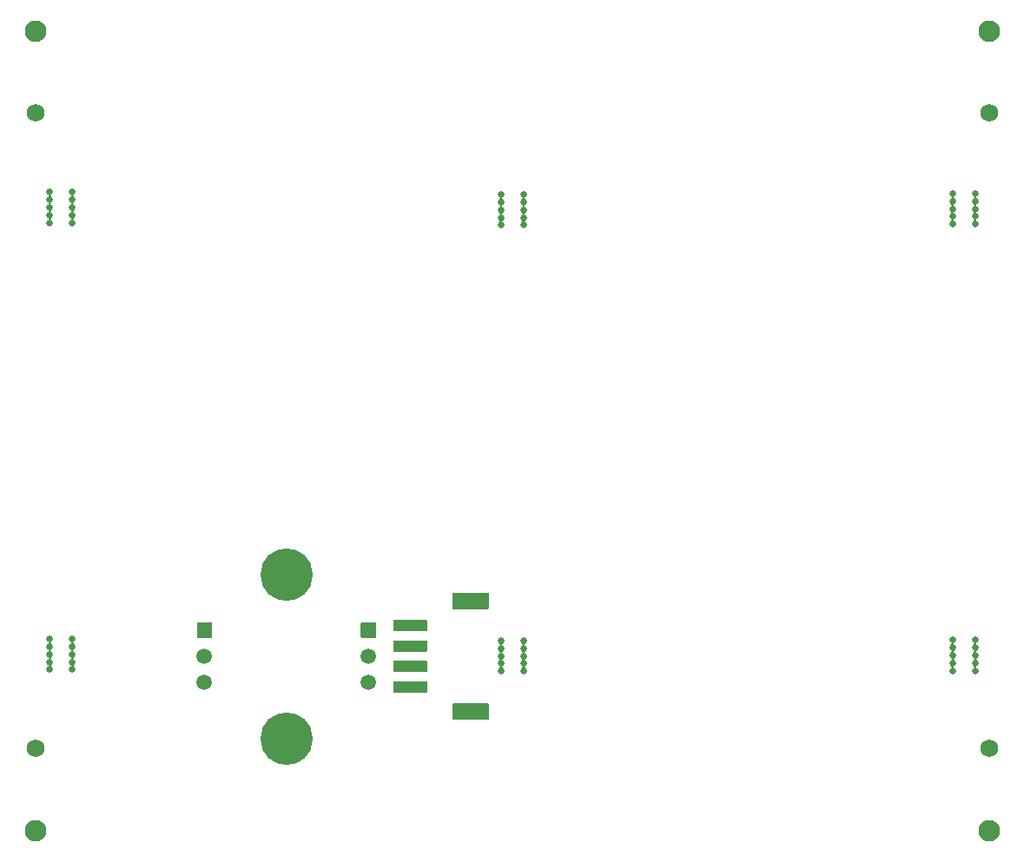
<source format=gbr>
G04 #@! TF.GenerationSoftware,KiCad,Pcbnew,(5.1.9)-1*
G04 #@! TF.CreationDate,2021-11-24T11:51:20+08:00*
G04 #@! TF.ProjectId,RGB-ring,5247422d-7269-46e6-972e-6b696361645f,rev?*
G04 #@! TF.SameCoordinates,Original*
G04 #@! TF.FileFunction,Soldermask,Bot*
G04 #@! TF.FilePolarity,Negative*
%FSLAX46Y46*%
G04 Gerber Fmt 4.6, Leading zero omitted, Abs format (unit mm)*
G04 Created by KiCad (PCBNEW (5.1.9)-1) date 2021-11-24 11:51:20*
%MOMM*%
%LPD*%
G01*
G04 APERTURE LIST*
%ADD10C,0.652000*%
%ADD11C,5.102000*%
%ADD12C,1.752000*%
%ADD13C,2.102000*%
%ADD14C,1.502000*%
%ADD15C,0.200000*%
G04 APERTURE END LIST*
D10*
X81120000Y-47700000D03*
X81120000Y-50700000D03*
X78920000Y-50700000D03*
X78920000Y-47700000D03*
X81120000Y-49950000D03*
X81120000Y-49200000D03*
X81120000Y-48450000D03*
X78920000Y-48450000D03*
X78920000Y-49200000D03*
X78920000Y-49950000D03*
X125120000Y-47950000D03*
X125120000Y-50950000D03*
X122920000Y-50950000D03*
X122920000Y-47950000D03*
X125120000Y-50200000D03*
X125120000Y-49450000D03*
X125120000Y-48700000D03*
X122920000Y-48700000D03*
X122920000Y-49450000D03*
X122920000Y-50200000D03*
X169120000Y-47850000D03*
X169120000Y-50850000D03*
X166920000Y-50850000D03*
X166920000Y-47850000D03*
X169120000Y-50100000D03*
X169120000Y-49350000D03*
X169120000Y-48600000D03*
X166920000Y-48600000D03*
X166920000Y-49350000D03*
X166920000Y-50100000D03*
X169120000Y-91400000D03*
X169120000Y-94400000D03*
X166920000Y-94400000D03*
X166920000Y-91400000D03*
X169120000Y-93650000D03*
X169120000Y-92900000D03*
X169120000Y-92150000D03*
X166920000Y-92150000D03*
X166920000Y-92900000D03*
X166920000Y-93650000D03*
X125120000Y-91450000D03*
X125120000Y-94450000D03*
X122920000Y-94450000D03*
X122920000Y-91450000D03*
X125120000Y-93700000D03*
X125120000Y-92950000D03*
X125120000Y-92200000D03*
X122920000Y-92200000D03*
X122920000Y-92950000D03*
X122920000Y-93700000D03*
X78920000Y-93550000D03*
X78920000Y-92800000D03*
X78920000Y-92050000D03*
X81120000Y-92050000D03*
X81120000Y-92800000D03*
X81120000Y-93550000D03*
X78920000Y-91300000D03*
X78920000Y-94300000D03*
X81120000Y-94300000D03*
X81120000Y-91300000D03*
D11*
X102000000Y-85000000D03*
X102000000Y-101000000D03*
D12*
X170500000Y-40000000D03*
D13*
X170500000Y-110000000D03*
X170500000Y-32000000D03*
D12*
X170500000Y-102000000D03*
D13*
X77500000Y-32000000D03*
D12*
X77500000Y-40000000D03*
D13*
X77500000Y-110000000D03*
D12*
X77500000Y-102000000D03*
D14*
X110000000Y-95540000D03*
X110000000Y-93000000D03*
G36*
G01*
X109300000Y-89709000D02*
X110700000Y-89709000D01*
G75*
G02*
X110751000Y-89760000I0J-51000D01*
G01*
X110751000Y-91160000D01*
G75*
G02*
X110700000Y-91211000I-51000J0D01*
G01*
X109300000Y-91211000D01*
G75*
G02*
X109249000Y-91160000I0J51000D01*
G01*
X109249000Y-89760000D01*
G75*
G02*
X109300000Y-89709000I51000J0D01*
G01*
G37*
X94000000Y-95540000D03*
X94000000Y-93000000D03*
G36*
G01*
X93300000Y-89709000D02*
X94700000Y-89709000D01*
G75*
G02*
X94751000Y-89760000I0J-51000D01*
G01*
X94751000Y-91160000D01*
G75*
G02*
X94700000Y-91211000I-51000J0D01*
G01*
X93300000Y-91211000D01*
G75*
G02*
X93249000Y-91160000I0J51000D01*
G01*
X93249000Y-89760000D01*
G75*
G02*
X93300000Y-89709000I51000J0D01*
G01*
G37*
G36*
G01*
X115650000Y-92551000D02*
X112450000Y-92551000D01*
G75*
G02*
X112399000Y-92500000I0J51000D01*
G01*
X112399000Y-91500000D01*
G75*
G02*
X112450000Y-91449000I51000J0D01*
G01*
X115650000Y-91449000D01*
G75*
G02*
X115701000Y-91500000I0J-51000D01*
G01*
X115701000Y-92500000D01*
G75*
G02*
X115650000Y-92551000I-51000J0D01*
G01*
G37*
G36*
G01*
X115650000Y-94551000D02*
X112450000Y-94551000D01*
G75*
G02*
X112399000Y-94500000I0J51000D01*
G01*
X112399000Y-93500000D01*
G75*
G02*
X112450000Y-93449000I51000J0D01*
G01*
X115650000Y-93449000D01*
G75*
G02*
X115701000Y-93500000I0J-51000D01*
G01*
X115701000Y-94500000D01*
G75*
G02*
X115650000Y-94551000I-51000J0D01*
G01*
G37*
G36*
G01*
X115650000Y-96551000D02*
X112450000Y-96551000D01*
G75*
G02*
X112399000Y-96500000I0J51000D01*
G01*
X112399000Y-95500000D01*
G75*
G02*
X112450000Y-95449000I51000J0D01*
G01*
X115650000Y-95449000D01*
G75*
G02*
X115701000Y-95500000I0J-51000D01*
G01*
X115701000Y-96500000D01*
G75*
G02*
X115650000Y-96551000I-51000J0D01*
G01*
G37*
G36*
G01*
X121650000Y-88401000D02*
X118250000Y-88401000D01*
G75*
G02*
X118199000Y-88350000I0J51000D01*
G01*
X118199000Y-86850000D01*
G75*
G02*
X118250000Y-86799000I51000J0D01*
G01*
X121650000Y-86799000D01*
G75*
G02*
X121701000Y-86850000I0J-51000D01*
G01*
X121701000Y-88350000D01*
G75*
G02*
X121650000Y-88401000I-51000J0D01*
G01*
G37*
G36*
G01*
X121650000Y-99201000D02*
X118250000Y-99201000D01*
G75*
G02*
X118199000Y-99150000I0J51000D01*
G01*
X118199000Y-97650000D01*
G75*
G02*
X118250000Y-97599000I51000J0D01*
G01*
X121650000Y-97599000D01*
G75*
G02*
X121701000Y-97650000I0J-51000D01*
G01*
X121701000Y-99150000D01*
G75*
G02*
X121650000Y-99201000I-51000J0D01*
G01*
G37*
G36*
G01*
X115650000Y-90551000D02*
X112450000Y-90551000D01*
G75*
G02*
X112399000Y-90500000I0J51000D01*
G01*
X112399000Y-89500000D01*
G75*
G02*
X112450000Y-89449000I51000J0D01*
G01*
X115650000Y-89449000D01*
G75*
G02*
X115701000Y-89500000I0J-51000D01*
G01*
X115701000Y-90500000D01*
G75*
G02*
X115650000Y-90551000I-51000J0D01*
G01*
G37*
D15*
G36*
X124948660Y-93973298D02*
G01*
X124967272Y-93985733D01*
X125025949Y-94010039D01*
X125088245Y-94022430D01*
X125151755Y-94022430D01*
X125214051Y-94010039D01*
X125272728Y-93985733D01*
X125291340Y-93973298D01*
X125293336Y-93973167D01*
X125294447Y-93974830D01*
X125293720Y-93976507D01*
X125279674Y-93988033D01*
X125264379Y-94006670D01*
X125253014Y-94027934D01*
X125246014Y-94051009D01*
X125243651Y-94075000D01*
X125246014Y-94098991D01*
X125253014Y-94122066D01*
X125264379Y-94143330D01*
X125279674Y-94161967D01*
X125293720Y-94173493D01*
X125294424Y-94175365D01*
X125293156Y-94176911D01*
X125291340Y-94176702D01*
X125272728Y-94164267D01*
X125214051Y-94139961D01*
X125151755Y-94127570D01*
X125088245Y-94127570D01*
X125025949Y-94139961D01*
X124967272Y-94164267D01*
X124948660Y-94176702D01*
X124946664Y-94176833D01*
X124945553Y-94175170D01*
X124946280Y-94173493D01*
X124960326Y-94161967D01*
X124975621Y-94143330D01*
X124986986Y-94122066D01*
X124993986Y-94098991D01*
X124996349Y-94075000D01*
X124993986Y-94051009D01*
X124986986Y-94027934D01*
X124975621Y-94006670D01*
X124960326Y-93988033D01*
X124946280Y-93976507D01*
X124945576Y-93974635D01*
X124946844Y-93973089D01*
X124948660Y-93973298D01*
G37*
G36*
X122748660Y-93973298D02*
G01*
X122767272Y-93985733D01*
X122825949Y-94010039D01*
X122888245Y-94022430D01*
X122951755Y-94022430D01*
X123014051Y-94010039D01*
X123072728Y-93985733D01*
X123091340Y-93973298D01*
X123093336Y-93973167D01*
X123094447Y-93974830D01*
X123093720Y-93976507D01*
X123079674Y-93988033D01*
X123064379Y-94006670D01*
X123053014Y-94027934D01*
X123046014Y-94051009D01*
X123043651Y-94075000D01*
X123046014Y-94098991D01*
X123053014Y-94122066D01*
X123064379Y-94143330D01*
X123079674Y-94161967D01*
X123093720Y-94173493D01*
X123094424Y-94175365D01*
X123093156Y-94176911D01*
X123091340Y-94176702D01*
X123072728Y-94164267D01*
X123014051Y-94139961D01*
X122951755Y-94127570D01*
X122888245Y-94127570D01*
X122825949Y-94139961D01*
X122767272Y-94164267D01*
X122748660Y-94176702D01*
X122746664Y-94176833D01*
X122745553Y-94175170D01*
X122746280Y-94173493D01*
X122760326Y-94161967D01*
X122775621Y-94143330D01*
X122786986Y-94122066D01*
X122793986Y-94098991D01*
X122796349Y-94075000D01*
X122793986Y-94051009D01*
X122786986Y-94027934D01*
X122775621Y-94006670D01*
X122760326Y-93988033D01*
X122746280Y-93976507D01*
X122745576Y-93974635D01*
X122746844Y-93973089D01*
X122748660Y-93973298D01*
G37*
G36*
X168948660Y-93923298D02*
G01*
X168967272Y-93935733D01*
X169025949Y-93960039D01*
X169088245Y-93972430D01*
X169151755Y-93972430D01*
X169214051Y-93960039D01*
X169272728Y-93935733D01*
X169291340Y-93923298D01*
X169293336Y-93923167D01*
X169294447Y-93924830D01*
X169293720Y-93926507D01*
X169279674Y-93938033D01*
X169264379Y-93956670D01*
X169253014Y-93977934D01*
X169246014Y-94001009D01*
X169243651Y-94025000D01*
X169246014Y-94048991D01*
X169253014Y-94072066D01*
X169264379Y-94093330D01*
X169279674Y-94111967D01*
X169293720Y-94123493D01*
X169294424Y-94125365D01*
X169293156Y-94126911D01*
X169291340Y-94126702D01*
X169272728Y-94114267D01*
X169214051Y-94089961D01*
X169151755Y-94077570D01*
X169088245Y-94077570D01*
X169025949Y-94089961D01*
X168967272Y-94114267D01*
X168948660Y-94126702D01*
X168946664Y-94126833D01*
X168945553Y-94125170D01*
X168946280Y-94123493D01*
X168960326Y-94111967D01*
X168975621Y-94093330D01*
X168986986Y-94072066D01*
X168993986Y-94048991D01*
X168996349Y-94025000D01*
X168993986Y-94001009D01*
X168986986Y-93977934D01*
X168975621Y-93956670D01*
X168960326Y-93938033D01*
X168946280Y-93926507D01*
X168945576Y-93924635D01*
X168946844Y-93923089D01*
X168948660Y-93923298D01*
G37*
G36*
X166748660Y-93923298D02*
G01*
X166767272Y-93935733D01*
X166825949Y-93960039D01*
X166888245Y-93972430D01*
X166951755Y-93972430D01*
X167014051Y-93960039D01*
X167072728Y-93935733D01*
X167091340Y-93923298D01*
X167093336Y-93923167D01*
X167094447Y-93924830D01*
X167093720Y-93926507D01*
X167079674Y-93938033D01*
X167064379Y-93956670D01*
X167053014Y-93977934D01*
X167046014Y-94001009D01*
X167043651Y-94025000D01*
X167046014Y-94048991D01*
X167053014Y-94072066D01*
X167064379Y-94093330D01*
X167079674Y-94111967D01*
X167093720Y-94123493D01*
X167094424Y-94125365D01*
X167093156Y-94126911D01*
X167091340Y-94126702D01*
X167072728Y-94114267D01*
X167014051Y-94089961D01*
X166951755Y-94077570D01*
X166888245Y-94077570D01*
X166825949Y-94089961D01*
X166767272Y-94114267D01*
X166748660Y-94126702D01*
X166746664Y-94126833D01*
X166745553Y-94125170D01*
X166746280Y-94123493D01*
X166760326Y-94111967D01*
X166775621Y-94093330D01*
X166786986Y-94072066D01*
X166793986Y-94048991D01*
X166796349Y-94025000D01*
X166793986Y-94001009D01*
X166786986Y-93977934D01*
X166775621Y-93956670D01*
X166760326Y-93938033D01*
X166746280Y-93926507D01*
X166745576Y-93924635D01*
X166746844Y-93923089D01*
X166748660Y-93923298D01*
G37*
G36*
X80948660Y-93823298D02*
G01*
X80967272Y-93835733D01*
X81025949Y-93860039D01*
X81088245Y-93872430D01*
X81151755Y-93872430D01*
X81214051Y-93860039D01*
X81272728Y-93835733D01*
X81291340Y-93823298D01*
X81293336Y-93823167D01*
X81294447Y-93824830D01*
X81293720Y-93826507D01*
X81279674Y-93838033D01*
X81264379Y-93856670D01*
X81253014Y-93877934D01*
X81246014Y-93901009D01*
X81243651Y-93925000D01*
X81246014Y-93948991D01*
X81253014Y-93972066D01*
X81264379Y-93993330D01*
X81279674Y-94011967D01*
X81293720Y-94023493D01*
X81294424Y-94025365D01*
X81293156Y-94026911D01*
X81291340Y-94026702D01*
X81272728Y-94014267D01*
X81214051Y-93989961D01*
X81151755Y-93977570D01*
X81088245Y-93977570D01*
X81025949Y-93989961D01*
X80967272Y-94014267D01*
X80948660Y-94026702D01*
X80946664Y-94026833D01*
X80945553Y-94025170D01*
X80946280Y-94023493D01*
X80960326Y-94011967D01*
X80975621Y-93993330D01*
X80986986Y-93972066D01*
X80993986Y-93948991D01*
X80996349Y-93925000D01*
X80993986Y-93901009D01*
X80986986Y-93877934D01*
X80975621Y-93856670D01*
X80960326Y-93838033D01*
X80946280Y-93826507D01*
X80945576Y-93824635D01*
X80946844Y-93823089D01*
X80948660Y-93823298D01*
G37*
G36*
X78748660Y-93823298D02*
G01*
X78767272Y-93835733D01*
X78825949Y-93860039D01*
X78888245Y-93872430D01*
X78951755Y-93872430D01*
X79014051Y-93860039D01*
X79072728Y-93835733D01*
X79091340Y-93823298D01*
X79093336Y-93823167D01*
X79094447Y-93824830D01*
X79093720Y-93826507D01*
X79079674Y-93838033D01*
X79064379Y-93856670D01*
X79053014Y-93877934D01*
X79046014Y-93901009D01*
X79043651Y-93925000D01*
X79046014Y-93948991D01*
X79053014Y-93972066D01*
X79064379Y-93993330D01*
X79079674Y-94011967D01*
X79093720Y-94023493D01*
X79094424Y-94025365D01*
X79093156Y-94026911D01*
X79091340Y-94026702D01*
X79072728Y-94014267D01*
X79014051Y-93989961D01*
X78951755Y-93977570D01*
X78888245Y-93977570D01*
X78825949Y-93989961D01*
X78767272Y-94014267D01*
X78748660Y-94026702D01*
X78746664Y-94026833D01*
X78745553Y-94025170D01*
X78746280Y-94023493D01*
X78760326Y-94011967D01*
X78775621Y-93993330D01*
X78786986Y-93972066D01*
X78793986Y-93948991D01*
X78796349Y-93925000D01*
X78793986Y-93901009D01*
X78786986Y-93877934D01*
X78775621Y-93856670D01*
X78760326Y-93838033D01*
X78746280Y-93826507D01*
X78745576Y-93824635D01*
X78746844Y-93823089D01*
X78748660Y-93823298D01*
G37*
G36*
X124948660Y-93223298D02*
G01*
X124967272Y-93235733D01*
X125025949Y-93260039D01*
X125088245Y-93272430D01*
X125151755Y-93272430D01*
X125214051Y-93260039D01*
X125272728Y-93235733D01*
X125291340Y-93223298D01*
X125293336Y-93223167D01*
X125294447Y-93224830D01*
X125293720Y-93226507D01*
X125279674Y-93238033D01*
X125264379Y-93256670D01*
X125253014Y-93277934D01*
X125246014Y-93301009D01*
X125243651Y-93325000D01*
X125246014Y-93348991D01*
X125253014Y-93372066D01*
X125264379Y-93393330D01*
X125279674Y-93411967D01*
X125293720Y-93423493D01*
X125294424Y-93425365D01*
X125293156Y-93426911D01*
X125291340Y-93426702D01*
X125272728Y-93414267D01*
X125214051Y-93389961D01*
X125151755Y-93377570D01*
X125088245Y-93377570D01*
X125025949Y-93389961D01*
X124967272Y-93414267D01*
X124948660Y-93426702D01*
X124946664Y-93426833D01*
X124945553Y-93425170D01*
X124946280Y-93423493D01*
X124960326Y-93411967D01*
X124975621Y-93393330D01*
X124986986Y-93372066D01*
X124993986Y-93348991D01*
X124996349Y-93325000D01*
X124993986Y-93301009D01*
X124986986Y-93277934D01*
X124975621Y-93256670D01*
X124960326Y-93238033D01*
X124946280Y-93226507D01*
X124945576Y-93224635D01*
X124946844Y-93223089D01*
X124948660Y-93223298D01*
G37*
G36*
X122748660Y-93223298D02*
G01*
X122767272Y-93235733D01*
X122825949Y-93260039D01*
X122888245Y-93272430D01*
X122951755Y-93272430D01*
X123014051Y-93260039D01*
X123072728Y-93235733D01*
X123091340Y-93223298D01*
X123093336Y-93223167D01*
X123094447Y-93224830D01*
X123093720Y-93226507D01*
X123079674Y-93238033D01*
X123064379Y-93256670D01*
X123053014Y-93277934D01*
X123046014Y-93301009D01*
X123043651Y-93325000D01*
X123046014Y-93348991D01*
X123053014Y-93372066D01*
X123064379Y-93393330D01*
X123079674Y-93411967D01*
X123093720Y-93423493D01*
X123094424Y-93425365D01*
X123093156Y-93426911D01*
X123091340Y-93426702D01*
X123072728Y-93414267D01*
X123014051Y-93389961D01*
X122951755Y-93377570D01*
X122888245Y-93377570D01*
X122825949Y-93389961D01*
X122767272Y-93414267D01*
X122748660Y-93426702D01*
X122746664Y-93426833D01*
X122745553Y-93425170D01*
X122746280Y-93423493D01*
X122760326Y-93411967D01*
X122775621Y-93393330D01*
X122786986Y-93372066D01*
X122793986Y-93348991D01*
X122796349Y-93325000D01*
X122793986Y-93301009D01*
X122786986Y-93277934D01*
X122775621Y-93256670D01*
X122760326Y-93238033D01*
X122746280Y-93226507D01*
X122745576Y-93224635D01*
X122746844Y-93223089D01*
X122748660Y-93223298D01*
G37*
G36*
X166748660Y-93173298D02*
G01*
X166767272Y-93185733D01*
X166825949Y-93210039D01*
X166888245Y-93222430D01*
X166951755Y-93222430D01*
X167014051Y-93210039D01*
X167072728Y-93185733D01*
X167091340Y-93173298D01*
X167093336Y-93173167D01*
X167094447Y-93174830D01*
X167093720Y-93176507D01*
X167079674Y-93188033D01*
X167064379Y-93206670D01*
X167053014Y-93227934D01*
X167046014Y-93251009D01*
X167043651Y-93275000D01*
X167046014Y-93298991D01*
X167053014Y-93322066D01*
X167064379Y-93343330D01*
X167079674Y-93361967D01*
X167093720Y-93373493D01*
X167094424Y-93375365D01*
X167093156Y-93376911D01*
X167091340Y-93376702D01*
X167072728Y-93364267D01*
X167014051Y-93339961D01*
X166951755Y-93327570D01*
X166888245Y-93327570D01*
X166825949Y-93339961D01*
X166767272Y-93364267D01*
X166748660Y-93376702D01*
X166746664Y-93376833D01*
X166745553Y-93375170D01*
X166746280Y-93373493D01*
X166760326Y-93361967D01*
X166775621Y-93343330D01*
X166786986Y-93322066D01*
X166793986Y-93298991D01*
X166796349Y-93275000D01*
X166793986Y-93251009D01*
X166786986Y-93227934D01*
X166775621Y-93206670D01*
X166760326Y-93188033D01*
X166746280Y-93176507D01*
X166745576Y-93174635D01*
X166746844Y-93173089D01*
X166748660Y-93173298D01*
G37*
G36*
X168948660Y-93173298D02*
G01*
X168967272Y-93185733D01*
X169025949Y-93210039D01*
X169088245Y-93222430D01*
X169151755Y-93222430D01*
X169214051Y-93210039D01*
X169272728Y-93185733D01*
X169291340Y-93173298D01*
X169293336Y-93173167D01*
X169294447Y-93174830D01*
X169293720Y-93176507D01*
X169279674Y-93188033D01*
X169264379Y-93206670D01*
X169253014Y-93227934D01*
X169246014Y-93251009D01*
X169243651Y-93275000D01*
X169246014Y-93298991D01*
X169253014Y-93322066D01*
X169264379Y-93343330D01*
X169279674Y-93361967D01*
X169293720Y-93373493D01*
X169294424Y-93375365D01*
X169293156Y-93376911D01*
X169291340Y-93376702D01*
X169272728Y-93364267D01*
X169214051Y-93339961D01*
X169151755Y-93327570D01*
X169088245Y-93327570D01*
X169025949Y-93339961D01*
X168967272Y-93364267D01*
X168948660Y-93376702D01*
X168946664Y-93376833D01*
X168945553Y-93375170D01*
X168946280Y-93373493D01*
X168960326Y-93361967D01*
X168975621Y-93343330D01*
X168986986Y-93322066D01*
X168993986Y-93298991D01*
X168996349Y-93275000D01*
X168993986Y-93251009D01*
X168986986Y-93227934D01*
X168975621Y-93206670D01*
X168960326Y-93188033D01*
X168946280Y-93176507D01*
X168945576Y-93174635D01*
X168946844Y-93173089D01*
X168948660Y-93173298D01*
G37*
G36*
X80948660Y-93073298D02*
G01*
X80967272Y-93085733D01*
X81025949Y-93110039D01*
X81088245Y-93122430D01*
X81151755Y-93122430D01*
X81214051Y-93110039D01*
X81272728Y-93085733D01*
X81291340Y-93073298D01*
X81293336Y-93073167D01*
X81294447Y-93074830D01*
X81293720Y-93076507D01*
X81279674Y-93088033D01*
X81264379Y-93106670D01*
X81253014Y-93127934D01*
X81246014Y-93151009D01*
X81243651Y-93175000D01*
X81246014Y-93198991D01*
X81253014Y-93222066D01*
X81264379Y-93243330D01*
X81279674Y-93261967D01*
X81293720Y-93273493D01*
X81294424Y-93275365D01*
X81293156Y-93276911D01*
X81291340Y-93276702D01*
X81272728Y-93264267D01*
X81214051Y-93239961D01*
X81151755Y-93227570D01*
X81088245Y-93227570D01*
X81025949Y-93239961D01*
X80967272Y-93264267D01*
X80948660Y-93276702D01*
X80946664Y-93276833D01*
X80945553Y-93275170D01*
X80946280Y-93273493D01*
X80960326Y-93261967D01*
X80975621Y-93243330D01*
X80986986Y-93222066D01*
X80993986Y-93198991D01*
X80996349Y-93175000D01*
X80993986Y-93151009D01*
X80986986Y-93127934D01*
X80975621Y-93106670D01*
X80960326Y-93088033D01*
X80946280Y-93076507D01*
X80945576Y-93074635D01*
X80946844Y-93073089D01*
X80948660Y-93073298D01*
G37*
G36*
X78748660Y-93073298D02*
G01*
X78767272Y-93085733D01*
X78825949Y-93110039D01*
X78888245Y-93122430D01*
X78951755Y-93122430D01*
X79014051Y-93110039D01*
X79072728Y-93085733D01*
X79091340Y-93073298D01*
X79093336Y-93073167D01*
X79094447Y-93074830D01*
X79093720Y-93076507D01*
X79079674Y-93088033D01*
X79064379Y-93106670D01*
X79053014Y-93127934D01*
X79046014Y-93151009D01*
X79043651Y-93175000D01*
X79046014Y-93198991D01*
X79053014Y-93222066D01*
X79064379Y-93243330D01*
X79079674Y-93261967D01*
X79093720Y-93273493D01*
X79094424Y-93275365D01*
X79093156Y-93276911D01*
X79091340Y-93276702D01*
X79072728Y-93264267D01*
X79014051Y-93239961D01*
X78951755Y-93227570D01*
X78888245Y-93227570D01*
X78825949Y-93239961D01*
X78767272Y-93264267D01*
X78748660Y-93276702D01*
X78746664Y-93276833D01*
X78745553Y-93275170D01*
X78746280Y-93273493D01*
X78760326Y-93261967D01*
X78775621Y-93243330D01*
X78786986Y-93222066D01*
X78793986Y-93198991D01*
X78796349Y-93175000D01*
X78793986Y-93151009D01*
X78786986Y-93127934D01*
X78775621Y-93106670D01*
X78760326Y-93088033D01*
X78746280Y-93076507D01*
X78745576Y-93074635D01*
X78746844Y-93073089D01*
X78748660Y-93073298D01*
G37*
G36*
X124948660Y-92473298D02*
G01*
X124967272Y-92485733D01*
X125025949Y-92510039D01*
X125088245Y-92522430D01*
X125151755Y-92522430D01*
X125214051Y-92510039D01*
X125272728Y-92485733D01*
X125291340Y-92473298D01*
X125293336Y-92473167D01*
X125294447Y-92474830D01*
X125293720Y-92476507D01*
X125279674Y-92488033D01*
X125264379Y-92506670D01*
X125253014Y-92527934D01*
X125246014Y-92551009D01*
X125243651Y-92575000D01*
X125246014Y-92598991D01*
X125253014Y-92622066D01*
X125264379Y-92643330D01*
X125279674Y-92661967D01*
X125293720Y-92673493D01*
X125294424Y-92675365D01*
X125293156Y-92676911D01*
X125291340Y-92676702D01*
X125272728Y-92664267D01*
X125214051Y-92639961D01*
X125151755Y-92627570D01*
X125088245Y-92627570D01*
X125025949Y-92639961D01*
X124967272Y-92664267D01*
X124948660Y-92676702D01*
X124946664Y-92676833D01*
X124945553Y-92675170D01*
X124946280Y-92673493D01*
X124960326Y-92661967D01*
X124975621Y-92643330D01*
X124986986Y-92622066D01*
X124993986Y-92598991D01*
X124996349Y-92575000D01*
X124993986Y-92551009D01*
X124986986Y-92527934D01*
X124975621Y-92506670D01*
X124960326Y-92488033D01*
X124946280Y-92476507D01*
X124945576Y-92474635D01*
X124946844Y-92473089D01*
X124948660Y-92473298D01*
G37*
G36*
X122748660Y-92473298D02*
G01*
X122767272Y-92485733D01*
X122825949Y-92510039D01*
X122888245Y-92522430D01*
X122951755Y-92522430D01*
X123014051Y-92510039D01*
X123072728Y-92485733D01*
X123091340Y-92473298D01*
X123093336Y-92473167D01*
X123094447Y-92474830D01*
X123093720Y-92476507D01*
X123079674Y-92488033D01*
X123064379Y-92506670D01*
X123053014Y-92527934D01*
X123046014Y-92551009D01*
X123043651Y-92575000D01*
X123046014Y-92598991D01*
X123053014Y-92622066D01*
X123064379Y-92643330D01*
X123079674Y-92661967D01*
X123093720Y-92673493D01*
X123094424Y-92675365D01*
X123093156Y-92676911D01*
X123091340Y-92676702D01*
X123072728Y-92664267D01*
X123014051Y-92639961D01*
X122951755Y-92627570D01*
X122888245Y-92627570D01*
X122825949Y-92639961D01*
X122767272Y-92664267D01*
X122748660Y-92676702D01*
X122746664Y-92676833D01*
X122745553Y-92675170D01*
X122746280Y-92673493D01*
X122760326Y-92661967D01*
X122775621Y-92643330D01*
X122786986Y-92622066D01*
X122793986Y-92598991D01*
X122796349Y-92575000D01*
X122793986Y-92551009D01*
X122786986Y-92527934D01*
X122775621Y-92506670D01*
X122760326Y-92488033D01*
X122746280Y-92476507D01*
X122745576Y-92474635D01*
X122746844Y-92473089D01*
X122748660Y-92473298D01*
G37*
G36*
X166748660Y-92423298D02*
G01*
X166767272Y-92435733D01*
X166825949Y-92460039D01*
X166888245Y-92472430D01*
X166951755Y-92472430D01*
X167014051Y-92460039D01*
X167072728Y-92435733D01*
X167091340Y-92423298D01*
X167093336Y-92423167D01*
X167094447Y-92424830D01*
X167093720Y-92426507D01*
X167079674Y-92438033D01*
X167064379Y-92456670D01*
X167053014Y-92477934D01*
X167046014Y-92501009D01*
X167043651Y-92525000D01*
X167046014Y-92548991D01*
X167053014Y-92572066D01*
X167064379Y-92593330D01*
X167079674Y-92611967D01*
X167093720Y-92623493D01*
X167094424Y-92625365D01*
X167093156Y-92626911D01*
X167091340Y-92626702D01*
X167072728Y-92614267D01*
X167014051Y-92589961D01*
X166951755Y-92577570D01*
X166888245Y-92577570D01*
X166825949Y-92589961D01*
X166767272Y-92614267D01*
X166748660Y-92626702D01*
X166746664Y-92626833D01*
X166745553Y-92625170D01*
X166746280Y-92623493D01*
X166760326Y-92611967D01*
X166775621Y-92593330D01*
X166786986Y-92572066D01*
X166793986Y-92548991D01*
X166796349Y-92525000D01*
X166793986Y-92501009D01*
X166786986Y-92477934D01*
X166775621Y-92456670D01*
X166760326Y-92438033D01*
X166746280Y-92426507D01*
X166745576Y-92424635D01*
X166746844Y-92423089D01*
X166748660Y-92423298D01*
G37*
G36*
X168948660Y-92423298D02*
G01*
X168967272Y-92435733D01*
X169025949Y-92460039D01*
X169088245Y-92472430D01*
X169151755Y-92472430D01*
X169214051Y-92460039D01*
X169272728Y-92435733D01*
X169291340Y-92423298D01*
X169293336Y-92423167D01*
X169294447Y-92424830D01*
X169293720Y-92426507D01*
X169279674Y-92438033D01*
X169264379Y-92456670D01*
X169253014Y-92477934D01*
X169246014Y-92501009D01*
X169243651Y-92525000D01*
X169246014Y-92548991D01*
X169253014Y-92572066D01*
X169264379Y-92593330D01*
X169279674Y-92611967D01*
X169293720Y-92623493D01*
X169294424Y-92625365D01*
X169293156Y-92626911D01*
X169291340Y-92626702D01*
X169272728Y-92614267D01*
X169214051Y-92589961D01*
X169151755Y-92577570D01*
X169088245Y-92577570D01*
X169025949Y-92589961D01*
X168967272Y-92614267D01*
X168948660Y-92626702D01*
X168946664Y-92626833D01*
X168945553Y-92625170D01*
X168946280Y-92623493D01*
X168960326Y-92611967D01*
X168975621Y-92593330D01*
X168986986Y-92572066D01*
X168993986Y-92548991D01*
X168996349Y-92525000D01*
X168993986Y-92501009D01*
X168986986Y-92477934D01*
X168975621Y-92456670D01*
X168960326Y-92438033D01*
X168946280Y-92426507D01*
X168945576Y-92424635D01*
X168946844Y-92423089D01*
X168948660Y-92423298D01*
G37*
G36*
X78748660Y-92323298D02*
G01*
X78767272Y-92335733D01*
X78825949Y-92360039D01*
X78888245Y-92372430D01*
X78951755Y-92372430D01*
X79014051Y-92360039D01*
X79072728Y-92335733D01*
X79091340Y-92323298D01*
X79093336Y-92323167D01*
X79094447Y-92324830D01*
X79093720Y-92326507D01*
X79079674Y-92338033D01*
X79064379Y-92356670D01*
X79053014Y-92377934D01*
X79046014Y-92401009D01*
X79043651Y-92425000D01*
X79046014Y-92448991D01*
X79053014Y-92472066D01*
X79064379Y-92493330D01*
X79079674Y-92511967D01*
X79093720Y-92523493D01*
X79094424Y-92525365D01*
X79093156Y-92526911D01*
X79091340Y-92526702D01*
X79072728Y-92514267D01*
X79014051Y-92489961D01*
X78951755Y-92477570D01*
X78888245Y-92477570D01*
X78825949Y-92489961D01*
X78767272Y-92514267D01*
X78748660Y-92526702D01*
X78746664Y-92526833D01*
X78745553Y-92525170D01*
X78746280Y-92523493D01*
X78760326Y-92511967D01*
X78775621Y-92493330D01*
X78786986Y-92472066D01*
X78793986Y-92448991D01*
X78796349Y-92425000D01*
X78793986Y-92401009D01*
X78786986Y-92377934D01*
X78775621Y-92356670D01*
X78760326Y-92338033D01*
X78746280Y-92326507D01*
X78745576Y-92324635D01*
X78746844Y-92323089D01*
X78748660Y-92323298D01*
G37*
G36*
X80948660Y-92323298D02*
G01*
X80967272Y-92335733D01*
X81025949Y-92360039D01*
X81088245Y-92372430D01*
X81151755Y-92372430D01*
X81214051Y-92360039D01*
X81272728Y-92335733D01*
X81291340Y-92323298D01*
X81293336Y-92323167D01*
X81294447Y-92324830D01*
X81293720Y-92326507D01*
X81279674Y-92338033D01*
X81264379Y-92356670D01*
X81253014Y-92377934D01*
X81246014Y-92401009D01*
X81243651Y-92425000D01*
X81246014Y-92448991D01*
X81253014Y-92472066D01*
X81264379Y-92493330D01*
X81279674Y-92511967D01*
X81293720Y-92523493D01*
X81294424Y-92525365D01*
X81293156Y-92526911D01*
X81291340Y-92526702D01*
X81272728Y-92514267D01*
X81214051Y-92489961D01*
X81151755Y-92477570D01*
X81088245Y-92477570D01*
X81025949Y-92489961D01*
X80967272Y-92514267D01*
X80948660Y-92526702D01*
X80946664Y-92526833D01*
X80945553Y-92525170D01*
X80946280Y-92523493D01*
X80960326Y-92511967D01*
X80975621Y-92493330D01*
X80986986Y-92472066D01*
X80993986Y-92448991D01*
X80996349Y-92425000D01*
X80993986Y-92401009D01*
X80986986Y-92377934D01*
X80975621Y-92356670D01*
X80960326Y-92338033D01*
X80946280Y-92326507D01*
X80945576Y-92324635D01*
X80946844Y-92323089D01*
X80948660Y-92323298D01*
G37*
G36*
X124948660Y-91723298D02*
G01*
X124967272Y-91735733D01*
X125025949Y-91760039D01*
X125088245Y-91772430D01*
X125151755Y-91772430D01*
X125214051Y-91760039D01*
X125272728Y-91735733D01*
X125291340Y-91723298D01*
X125293336Y-91723167D01*
X125294447Y-91724830D01*
X125293720Y-91726507D01*
X125279674Y-91738033D01*
X125264379Y-91756670D01*
X125253014Y-91777934D01*
X125246014Y-91801009D01*
X125243651Y-91825000D01*
X125246014Y-91848991D01*
X125253014Y-91872066D01*
X125264379Y-91893330D01*
X125279674Y-91911967D01*
X125293720Y-91923493D01*
X125294424Y-91925365D01*
X125293156Y-91926911D01*
X125291340Y-91926702D01*
X125272728Y-91914267D01*
X125214051Y-91889961D01*
X125151755Y-91877570D01*
X125088245Y-91877570D01*
X125025949Y-91889961D01*
X124967272Y-91914267D01*
X124948660Y-91926702D01*
X124946664Y-91926833D01*
X124945553Y-91925170D01*
X124946280Y-91923493D01*
X124960326Y-91911967D01*
X124975621Y-91893330D01*
X124986986Y-91872066D01*
X124993986Y-91848991D01*
X124996349Y-91825000D01*
X124993986Y-91801009D01*
X124986986Y-91777934D01*
X124975621Y-91756670D01*
X124960326Y-91738033D01*
X124946280Y-91726507D01*
X124945576Y-91724635D01*
X124946844Y-91723089D01*
X124948660Y-91723298D01*
G37*
G36*
X122748660Y-91723298D02*
G01*
X122767272Y-91735733D01*
X122825949Y-91760039D01*
X122888245Y-91772430D01*
X122951755Y-91772430D01*
X123014051Y-91760039D01*
X123072728Y-91735733D01*
X123091340Y-91723298D01*
X123093336Y-91723167D01*
X123094447Y-91724830D01*
X123093720Y-91726507D01*
X123079674Y-91738033D01*
X123064379Y-91756670D01*
X123053014Y-91777934D01*
X123046014Y-91801009D01*
X123043651Y-91825000D01*
X123046014Y-91848991D01*
X123053014Y-91872066D01*
X123064379Y-91893330D01*
X123079674Y-91911967D01*
X123093720Y-91923493D01*
X123094424Y-91925365D01*
X123093156Y-91926911D01*
X123091340Y-91926702D01*
X123072728Y-91914267D01*
X123014051Y-91889961D01*
X122951755Y-91877570D01*
X122888245Y-91877570D01*
X122825949Y-91889961D01*
X122767272Y-91914267D01*
X122748660Y-91926702D01*
X122746664Y-91926833D01*
X122745553Y-91925170D01*
X122746280Y-91923493D01*
X122760326Y-91911967D01*
X122775621Y-91893330D01*
X122786986Y-91872066D01*
X122793986Y-91848991D01*
X122796349Y-91825000D01*
X122793986Y-91801009D01*
X122786986Y-91777934D01*
X122775621Y-91756670D01*
X122760326Y-91738033D01*
X122746280Y-91726507D01*
X122745576Y-91724635D01*
X122746844Y-91723089D01*
X122748660Y-91723298D01*
G37*
G36*
X168948660Y-91673298D02*
G01*
X168967272Y-91685733D01*
X169025949Y-91710039D01*
X169088245Y-91722430D01*
X169151755Y-91722430D01*
X169214051Y-91710039D01*
X169272728Y-91685733D01*
X169291340Y-91673298D01*
X169293336Y-91673167D01*
X169294447Y-91674830D01*
X169293720Y-91676507D01*
X169279674Y-91688033D01*
X169264379Y-91706670D01*
X169253014Y-91727934D01*
X169246014Y-91751009D01*
X169243651Y-91775000D01*
X169246014Y-91798991D01*
X169253014Y-91822066D01*
X169264379Y-91843330D01*
X169279674Y-91861967D01*
X169293720Y-91873493D01*
X169294424Y-91875365D01*
X169293156Y-91876911D01*
X169291340Y-91876702D01*
X169272728Y-91864267D01*
X169214051Y-91839961D01*
X169151755Y-91827570D01*
X169088245Y-91827570D01*
X169025949Y-91839961D01*
X168967272Y-91864267D01*
X168948660Y-91876702D01*
X168946664Y-91876833D01*
X168945553Y-91875170D01*
X168946280Y-91873493D01*
X168960326Y-91861967D01*
X168975621Y-91843330D01*
X168986986Y-91822066D01*
X168993986Y-91798991D01*
X168996349Y-91775000D01*
X168993986Y-91751009D01*
X168986986Y-91727934D01*
X168975621Y-91706670D01*
X168960326Y-91688033D01*
X168946280Y-91676507D01*
X168945576Y-91674635D01*
X168946844Y-91673089D01*
X168948660Y-91673298D01*
G37*
G36*
X166748660Y-91673298D02*
G01*
X166767272Y-91685733D01*
X166825949Y-91710039D01*
X166888245Y-91722430D01*
X166951755Y-91722430D01*
X167014051Y-91710039D01*
X167072728Y-91685733D01*
X167091340Y-91673298D01*
X167093336Y-91673167D01*
X167094447Y-91674830D01*
X167093720Y-91676507D01*
X167079674Y-91688033D01*
X167064379Y-91706670D01*
X167053014Y-91727934D01*
X167046014Y-91751009D01*
X167043651Y-91775000D01*
X167046014Y-91798991D01*
X167053014Y-91822066D01*
X167064379Y-91843330D01*
X167079674Y-91861967D01*
X167093720Y-91873493D01*
X167094424Y-91875365D01*
X167093156Y-91876911D01*
X167091340Y-91876702D01*
X167072728Y-91864267D01*
X167014051Y-91839961D01*
X166951755Y-91827570D01*
X166888245Y-91827570D01*
X166825949Y-91839961D01*
X166767272Y-91864267D01*
X166748660Y-91876702D01*
X166746664Y-91876833D01*
X166745553Y-91875170D01*
X166746280Y-91873493D01*
X166760326Y-91861967D01*
X166775621Y-91843330D01*
X166786986Y-91822066D01*
X166793986Y-91798991D01*
X166796349Y-91775000D01*
X166793986Y-91751009D01*
X166786986Y-91727934D01*
X166775621Y-91706670D01*
X166760326Y-91688033D01*
X166746280Y-91676507D01*
X166745576Y-91674635D01*
X166746844Y-91673089D01*
X166748660Y-91673298D01*
G37*
G36*
X80948660Y-91573298D02*
G01*
X80967272Y-91585733D01*
X81025949Y-91610039D01*
X81088245Y-91622430D01*
X81151755Y-91622430D01*
X81214051Y-91610039D01*
X81272728Y-91585733D01*
X81291340Y-91573298D01*
X81293336Y-91573167D01*
X81294447Y-91574830D01*
X81293720Y-91576507D01*
X81279674Y-91588033D01*
X81264379Y-91606670D01*
X81253014Y-91627934D01*
X81246014Y-91651009D01*
X81243651Y-91675000D01*
X81246014Y-91698991D01*
X81253014Y-91722066D01*
X81264379Y-91743330D01*
X81279674Y-91761967D01*
X81293720Y-91773493D01*
X81294424Y-91775365D01*
X81293156Y-91776911D01*
X81291340Y-91776702D01*
X81272728Y-91764267D01*
X81214051Y-91739961D01*
X81151755Y-91727570D01*
X81088245Y-91727570D01*
X81025949Y-91739961D01*
X80967272Y-91764267D01*
X80948660Y-91776702D01*
X80946664Y-91776833D01*
X80945553Y-91775170D01*
X80946280Y-91773493D01*
X80960326Y-91761967D01*
X80975621Y-91743330D01*
X80986986Y-91722066D01*
X80993986Y-91698991D01*
X80996349Y-91675000D01*
X80993986Y-91651009D01*
X80986986Y-91627934D01*
X80975621Y-91606670D01*
X80960326Y-91588033D01*
X80946280Y-91576507D01*
X80945576Y-91574635D01*
X80946844Y-91573089D01*
X80948660Y-91573298D01*
G37*
G36*
X78748660Y-91573298D02*
G01*
X78767272Y-91585733D01*
X78825949Y-91610039D01*
X78888245Y-91622430D01*
X78951755Y-91622430D01*
X79014051Y-91610039D01*
X79072728Y-91585733D01*
X79091340Y-91573298D01*
X79093336Y-91573167D01*
X79094447Y-91574830D01*
X79093720Y-91576507D01*
X79079674Y-91588033D01*
X79064379Y-91606670D01*
X79053014Y-91627934D01*
X79046014Y-91651009D01*
X79043651Y-91675000D01*
X79046014Y-91698991D01*
X79053014Y-91722066D01*
X79064379Y-91743330D01*
X79079674Y-91761967D01*
X79093720Y-91773493D01*
X79094424Y-91775365D01*
X79093156Y-91776911D01*
X79091340Y-91776702D01*
X79072728Y-91764267D01*
X79014051Y-91739961D01*
X78951755Y-91727570D01*
X78888245Y-91727570D01*
X78825949Y-91739961D01*
X78767272Y-91764267D01*
X78748660Y-91776702D01*
X78746664Y-91776833D01*
X78745553Y-91775170D01*
X78746280Y-91773493D01*
X78760326Y-91761967D01*
X78775621Y-91743330D01*
X78786986Y-91722066D01*
X78793986Y-91698991D01*
X78796349Y-91675000D01*
X78793986Y-91651009D01*
X78786986Y-91627934D01*
X78775621Y-91606670D01*
X78760326Y-91588033D01*
X78746280Y-91576507D01*
X78745576Y-91574635D01*
X78746844Y-91573089D01*
X78748660Y-91573298D01*
G37*
G36*
X122748660Y-50473298D02*
G01*
X122767272Y-50485733D01*
X122825949Y-50510039D01*
X122888245Y-50522430D01*
X122951755Y-50522430D01*
X123014051Y-50510039D01*
X123072728Y-50485733D01*
X123091340Y-50473298D01*
X123093336Y-50473167D01*
X123094447Y-50474830D01*
X123093720Y-50476507D01*
X123079674Y-50488033D01*
X123064379Y-50506670D01*
X123053014Y-50527934D01*
X123046014Y-50551009D01*
X123043651Y-50575000D01*
X123046014Y-50598991D01*
X123053014Y-50622066D01*
X123064379Y-50643330D01*
X123079674Y-50661967D01*
X123093720Y-50673493D01*
X123094424Y-50675365D01*
X123093156Y-50676911D01*
X123091340Y-50676702D01*
X123072728Y-50664267D01*
X123014051Y-50639961D01*
X122951755Y-50627570D01*
X122888245Y-50627570D01*
X122825949Y-50639961D01*
X122767272Y-50664267D01*
X122748660Y-50676702D01*
X122746664Y-50676833D01*
X122745553Y-50675170D01*
X122746280Y-50673493D01*
X122760326Y-50661967D01*
X122775621Y-50643330D01*
X122786986Y-50622066D01*
X122793986Y-50598991D01*
X122796349Y-50575000D01*
X122793986Y-50551009D01*
X122786986Y-50527934D01*
X122775621Y-50506670D01*
X122760326Y-50488033D01*
X122746280Y-50476507D01*
X122745576Y-50474635D01*
X122746844Y-50473089D01*
X122748660Y-50473298D01*
G37*
G36*
X124948660Y-50473298D02*
G01*
X124967272Y-50485733D01*
X125025949Y-50510039D01*
X125088245Y-50522430D01*
X125151755Y-50522430D01*
X125214051Y-50510039D01*
X125272728Y-50485733D01*
X125291340Y-50473298D01*
X125293336Y-50473167D01*
X125294447Y-50474830D01*
X125293720Y-50476507D01*
X125279674Y-50488033D01*
X125264379Y-50506670D01*
X125253014Y-50527934D01*
X125246014Y-50551009D01*
X125243651Y-50575000D01*
X125246014Y-50598991D01*
X125253014Y-50622066D01*
X125264379Y-50643330D01*
X125279674Y-50661967D01*
X125293720Y-50673493D01*
X125294424Y-50675365D01*
X125293156Y-50676911D01*
X125291340Y-50676702D01*
X125272728Y-50664267D01*
X125214051Y-50639961D01*
X125151755Y-50627570D01*
X125088245Y-50627570D01*
X125025949Y-50639961D01*
X124967272Y-50664267D01*
X124948660Y-50676702D01*
X124946664Y-50676833D01*
X124945553Y-50675170D01*
X124946280Y-50673493D01*
X124960326Y-50661967D01*
X124975621Y-50643330D01*
X124986986Y-50622066D01*
X124993986Y-50598991D01*
X124996349Y-50575000D01*
X124993986Y-50551009D01*
X124986986Y-50527934D01*
X124975621Y-50506670D01*
X124960326Y-50488033D01*
X124946280Y-50476507D01*
X124945576Y-50474635D01*
X124946844Y-50473089D01*
X124948660Y-50473298D01*
G37*
G36*
X168948660Y-50373298D02*
G01*
X168967272Y-50385733D01*
X169025949Y-50410039D01*
X169088245Y-50422430D01*
X169151755Y-50422430D01*
X169214051Y-50410039D01*
X169272728Y-50385733D01*
X169291340Y-50373298D01*
X169293336Y-50373167D01*
X169294447Y-50374830D01*
X169293720Y-50376507D01*
X169279674Y-50388033D01*
X169264379Y-50406670D01*
X169253014Y-50427934D01*
X169246014Y-50451009D01*
X169243651Y-50475000D01*
X169246014Y-50498991D01*
X169253014Y-50522066D01*
X169264379Y-50543330D01*
X169279674Y-50561967D01*
X169293720Y-50573493D01*
X169294424Y-50575365D01*
X169293156Y-50576911D01*
X169291340Y-50576702D01*
X169272728Y-50564267D01*
X169214051Y-50539961D01*
X169151755Y-50527570D01*
X169088245Y-50527570D01*
X169025949Y-50539961D01*
X168967272Y-50564267D01*
X168948660Y-50576702D01*
X168946664Y-50576833D01*
X168945553Y-50575170D01*
X168946280Y-50573493D01*
X168960326Y-50561967D01*
X168975621Y-50543330D01*
X168986986Y-50522066D01*
X168993986Y-50498991D01*
X168996349Y-50475000D01*
X168993986Y-50451009D01*
X168986986Y-50427934D01*
X168975621Y-50406670D01*
X168960326Y-50388033D01*
X168946280Y-50376507D01*
X168945576Y-50374635D01*
X168946844Y-50373089D01*
X168948660Y-50373298D01*
G37*
G36*
X166748660Y-50373298D02*
G01*
X166767272Y-50385733D01*
X166825949Y-50410039D01*
X166888245Y-50422430D01*
X166951755Y-50422430D01*
X167014051Y-50410039D01*
X167072728Y-50385733D01*
X167091340Y-50373298D01*
X167093336Y-50373167D01*
X167094447Y-50374830D01*
X167093720Y-50376507D01*
X167079674Y-50388033D01*
X167064379Y-50406670D01*
X167053014Y-50427934D01*
X167046014Y-50451009D01*
X167043651Y-50475000D01*
X167046014Y-50498991D01*
X167053014Y-50522066D01*
X167064379Y-50543330D01*
X167079674Y-50561967D01*
X167093720Y-50573493D01*
X167094424Y-50575365D01*
X167093156Y-50576911D01*
X167091340Y-50576702D01*
X167072728Y-50564267D01*
X167014051Y-50539961D01*
X166951755Y-50527570D01*
X166888245Y-50527570D01*
X166825949Y-50539961D01*
X166767272Y-50564267D01*
X166748660Y-50576702D01*
X166746664Y-50576833D01*
X166745553Y-50575170D01*
X166746280Y-50573493D01*
X166760326Y-50561967D01*
X166775621Y-50543330D01*
X166786986Y-50522066D01*
X166793986Y-50498991D01*
X166796349Y-50475000D01*
X166793986Y-50451009D01*
X166786986Y-50427934D01*
X166775621Y-50406670D01*
X166760326Y-50388033D01*
X166746280Y-50376507D01*
X166745576Y-50374635D01*
X166746844Y-50373089D01*
X166748660Y-50373298D01*
G37*
G36*
X80948660Y-50223298D02*
G01*
X80967272Y-50235733D01*
X81025949Y-50260039D01*
X81088245Y-50272430D01*
X81151755Y-50272430D01*
X81214051Y-50260039D01*
X81272728Y-50235733D01*
X81291340Y-50223298D01*
X81293336Y-50223167D01*
X81294447Y-50224830D01*
X81293720Y-50226507D01*
X81279674Y-50238033D01*
X81264379Y-50256670D01*
X81253014Y-50277934D01*
X81246014Y-50301009D01*
X81243651Y-50325000D01*
X81246014Y-50348991D01*
X81253014Y-50372066D01*
X81264379Y-50393330D01*
X81279674Y-50411967D01*
X81293720Y-50423493D01*
X81294424Y-50425365D01*
X81293156Y-50426911D01*
X81291340Y-50426702D01*
X81272728Y-50414267D01*
X81214051Y-50389961D01*
X81151755Y-50377570D01*
X81088245Y-50377570D01*
X81025949Y-50389961D01*
X80967272Y-50414267D01*
X80948660Y-50426702D01*
X80946664Y-50426833D01*
X80945553Y-50425170D01*
X80946280Y-50423493D01*
X80960326Y-50411967D01*
X80975621Y-50393330D01*
X80986986Y-50372066D01*
X80993986Y-50348991D01*
X80996349Y-50325000D01*
X80993986Y-50301009D01*
X80986986Y-50277934D01*
X80975621Y-50256670D01*
X80960326Y-50238033D01*
X80946280Y-50226507D01*
X80945576Y-50224635D01*
X80946844Y-50223089D01*
X80948660Y-50223298D01*
G37*
G36*
X78748660Y-50223298D02*
G01*
X78767272Y-50235733D01*
X78825949Y-50260039D01*
X78888245Y-50272430D01*
X78951755Y-50272430D01*
X79014051Y-50260039D01*
X79072728Y-50235733D01*
X79091340Y-50223298D01*
X79093336Y-50223167D01*
X79094447Y-50224830D01*
X79093720Y-50226507D01*
X79079674Y-50238033D01*
X79064379Y-50256670D01*
X79053014Y-50277934D01*
X79046014Y-50301009D01*
X79043651Y-50325000D01*
X79046014Y-50348991D01*
X79053014Y-50372066D01*
X79064379Y-50393330D01*
X79079674Y-50411967D01*
X79093720Y-50423493D01*
X79094424Y-50425365D01*
X79093156Y-50426911D01*
X79091340Y-50426702D01*
X79072728Y-50414267D01*
X79014051Y-50389961D01*
X78951755Y-50377570D01*
X78888245Y-50377570D01*
X78825949Y-50389961D01*
X78767272Y-50414267D01*
X78748660Y-50426702D01*
X78746664Y-50426833D01*
X78745553Y-50425170D01*
X78746280Y-50423493D01*
X78760326Y-50411967D01*
X78775621Y-50393330D01*
X78786986Y-50372066D01*
X78793986Y-50348991D01*
X78796349Y-50325000D01*
X78793986Y-50301009D01*
X78786986Y-50277934D01*
X78775621Y-50256670D01*
X78760326Y-50238033D01*
X78746280Y-50226507D01*
X78745576Y-50224635D01*
X78746844Y-50223089D01*
X78748660Y-50223298D01*
G37*
G36*
X122748660Y-49723298D02*
G01*
X122767272Y-49735733D01*
X122825949Y-49760039D01*
X122888245Y-49772430D01*
X122951755Y-49772430D01*
X123014051Y-49760039D01*
X123072728Y-49735733D01*
X123091340Y-49723298D01*
X123093336Y-49723167D01*
X123094447Y-49724830D01*
X123093720Y-49726507D01*
X123079674Y-49738033D01*
X123064379Y-49756670D01*
X123053014Y-49777934D01*
X123046014Y-49801009D01*
X123043651Y-49825000D01*
X123046014Y-49848991D01*
X123053014Y-49872066D01*
X123064379Y-49893330D01*
X123079674Y-49911967D01*
X123093720Y-49923493D01*
X123094424Y-49925365D01*
X123093156Y-49926911D01*
X123091340Y-49926702D01*
X123072728Y-49914267D01*
X123014051Y-49889961D01*
X122951755Y-49877570D01*
X122888245Y-49877570D01*
X122825949Y-49889961D01*
X122767272Y-49914267D01*
X122748660Y-49926702D01*
X122746664Y-49926833D01*
X122745553Y-49925170D01*
X122746280Y-49923493D01*
X122760326Y-49911967D01*
X122775621Y-49893330D01*
X122786986Y-49872066D01*
X122793986Y-49848991D01*
X122796349Y-49825000D01*
X122793986Y-49801009D01*
X122786986Y-49777934D01*
X122775621Y-49756670D01*
X122760326Y-49738033D01*
X122746280Y-49726507D01*
X122745576Y-49724635D01*
X122746844Y-49723089D01*
X122748660Y-49723298D01*
G37*
G36*
X124948660Y-49723298D02*
G01*
X124967272Y-49735733D01*
X125025949Y-49760039D01*
X125088245Y-49772430D01*
X125151755Y-49772430D01*
X125214051Y-49760039D01*
X125272728Y-49735733D01*
X125291340Y-49723298D01*
X125293336Y-49723167D01*
X125294447Y-49724830D01*
X125293720Y-49726507D01*
X125279674Y-49738033D01*
X125264379Y-49756670D01*
X125253014Y-49777934D01*
X125246014Y-49801009D01*
X125243651Y-49825000D01*
X125246014Y-49848991D01*
X125253014Y-49872066D01*
X125264379Y-49893330D01*
X125279674Y-49911967D01*
X125293720Y-49923493D01*
X125294424Y-49925365D01*
X125293156Y-49926911D01*
X125291340Y-49926702D01*
X125272728Y-49914267D01*
X125214051Y-49889961D01*
X125151755Y-49877570D01*
X125088245Y-49877570D01*
X125025949Y-49889961D01*
X124967272Y-49914267D01*
X124948660Y-49926702D01*
X124946664Y-49926833D01*
X124945553Y-49925170D01*
X124946280Y-49923493D01*
X124960326Y-49911967D01*
X124975621Y-49893330D01*
X124986986Y-49872066D01*
X124993986Y-49848991D01*
X124996349Y-49825000D01*
X124993986Y-49801009D01*
X124986986Y-49777934D01*
X124975621Y-49756670D01*
X124960326Y-49738033D01*
X124946280Y-49726507D01*
X124945576Y-49724635D01*
X124946844Y-49723089D01*
X124948660Y-49723298D01*
G37*
G36*
X166748660Y-49623298D02*
G01*
X166767272Y-49635733D01*
X166825949Y-49660039D01*
X166888245Y-49672430D01*
X166951755Y-49672430D01*
X167014051Y-49660039D01*
X167072728Y-49635733D01*
X167091340Y-49623298D01*
X167093336Y-49623167D01*
X167094447Y-49624830D01*
X167093720Y-49626507D01*
X167079674Y-49638033D01*
X167064379Y-49656670D01*
X167053014Y-49677934D01*
X167046014Y-49701009D01*
X167043651Y-49725000D01*
X167046014Y-49748991D01*
X167053014Y-49772066D01*
X167064379Y-49793330D01*
X167079674Y-49811967D01*
X167093720Y-49823493D01*
X167094424Y-49825365D01*
X167093156Y-49826911D01*
X167091340Y-49826702D01*
X167072728Y-49814267D01*
X167014051Y-49789961D01*
X166951755Y-49777570D01*
X166888245Y-49777570D01*
X166825949Y-49789961D01*
X166767272Y-49814267D01*
X166748660Y-49826702D01*
X166746664Y-49826833D01*
X166745553Y-49825170D01*
X166746280Y-49823493D01*
X166760326Y-49811967D01*
X166775621Y-49793330D01*
X166786986Y-49772066D01*
X166793986Y-49748991D01*
X166796349Y-49725000D01*
X166793986Y-49701009D01*
X166786986Y-49677934D01*
X166775621Y-49656670D01*
X166760326Y-49638033D01*
X166746280Y-49626507D01*
X166745576Y-49624635D01*
X166746844Y-49623089D01*
X166748660Y-49623298D01*
G37*
G36*
X168948660Y-49623298D02*
G01*
X168967272Y-49635733D01*
X169025949Y-49660039D01*
X169088245Y-49672430D01*
X169151755Y-49672430D01*
X169214051Y-49660039D01*
X169272728Y-49635733D01*
X169291340Y-49623298D01*
X169293336Y-49623167D01*
X169294447Y-49624830D01*
X169293720Y-49626507D01*
X169279674Y-49638033D01*
X169264379Y-49656670D01*
X169253014Y-49677934D01*
X169246014Y-49701009D01*
X169243651Y-49725000D01*
X169246014Y-49748991D01*
X169253014Y-49772066D01*
X169264379Y-49793330D01*
X169279674Y-49811967D01*
X169293720Y-49823493D01*
X169294424Y-49825365D01*
X169293156Y-49826911D01*
X169291340Y-49826702D01*
X169272728Y-49814267D01*
X169214051Y-49789961D01*
X169151755Y-49777570D01*
X169088245Y-49777570D01*
X169025949Y-49789961D01*
X168967272Y-49814267D01*
X168948660Y-49826702D01*
X168946664Y-49826833D01*
X168945553Y-49825170D01*
X168946280Y-49823493D01*
X168960326Y-49811967D01*
X168975621Y-49793330D01*
X168986986Y-49772066D01*
X168993986Y-49748991D01*
X168996349Y-49725000D01*
X168993986Y-49701009D01*
X168986986Y-49677934D01*
X168975621Y-49656670D01*
X168960326Y-49638033D01*
X168946280Y-49626507D01*
X168945576Y-49624635D01*
X168946844Y-49623089D01*
X168948660Y-49623298D01*
G37*
G36*
X78748660Y-49473298D02*
G01*
X78767272Y-49485733D01*
X78825949Y-49510039D01*
X78888245Y-49522430D01*
X78951755Y-49522430D01*
X79014051Y-49510039D01*
X79072728Y-49485733D01*
X79091340Y-49473298D01*
X79093336Y-49473167D01*
X79094447Y-49474830D01*
X79093720Y-49476507D01*
X79079674Y-49488033D01*
X79064379Y-49506670D01*
X79053014Y-49527934D01*
X79046014Y-49551009D01*
X79043651Y-49575000D01*
X79046014Y-49598991D01*
X79053014Y-49622066D01*
X79064379Y-49643330D01*
X79079674Y-49661967D01*
X79093720Y-49673493D01*
X79094424Y-49675365D01*
X79093156Y-49676911D01*
X79091340Y-49676702D01*
X79072728Y-49664267D01*
X79014051Y-49639961D01*
X78951755Y-49627570D01*
X78888245Y-49627570D01*
X78825949Y-49639961D01*
X78767272Y-49664267D01*
X78748660Y-49676702D01*
X78746664Y-49676833D01*
X78745553Y-49675170D01*
X78746280Y-49673493D01*
X78760326Y-49661967D01*
X78775621Y-49643330D01*
X78786986Y-49622066D01*
X78793986Y-49598991D01*
X78796349Y-49575000D01*
X78793986Y-49551009D01*
X78786986Y-49527934D01*
X78775621Y-49506670D01*
X78760326Y-49488033D01*
X78746280Y-49476507D01*
X78745576Y-49474635D01*
X78746844Y-49473089D01*
X78748660Y-49473298D01*
G37*
G36*
X80948660Y-49473298D02*
G01*
X80967272Y-49485733D01*
X81025949Y-49510039D01*
X81088245Y-49522430D01*
X81151755Y-49522430D01*
X81214051Y-49510039D01*
X81272728Y-49485733D01*
X81291340Y-49473298D01*
X81293336Y-49473167D01*
X81294447Y-49474830D01*
X81293720Y-49476507D01*
X81279674Y-49488033D01*
X81264379Y-49506670D01*
X81253014Y-49527934D01*
X81246014Y-49551009D01*
X81243651Y-49575000D01*
X81246014Y-49598991D01*
X81253014Y-49622066D01*
X81264379Y-49643330D01*
X81279674Y-49661967D01*
X81293720Y-49673493D01*
X81294424Y-49675365D01*
X81293156Y-49676911D01*
X81291340Y-49676702D01*
X81272728Y-49664267D01*
X81214051Y-49639961D01*
X81151755Y-49627570D01*
X81088245Y-49627570D01*
X81025949Y-49639961D01*
X80967272Y-49664267D01*
X80948660Y-49676702D01*
X80946664Y-49676833D01*
X80945553Y-49675170D01*
X80946280Y-49673493D01*
X80960326Y-49661967D01*
X80975621Y-49643330D01*
X80986986Y-49622066D01*
X80993986Y-49598991D01*
X80996349Y-49575000D01*
X80993986Y-49551009D01*
X80986986Y-49527934D01*
X80975621Y-49506670D01*
X80960326Y-49488033D01*
X80946280Y-49476507D01*
X80945576Y-49474635D01*
X80946844Y-49473089D01*
X80948660Y-49473298D01*
G37*
G36*
X124948660Y-48973298D02*
G01*
X124967272Y-48985733D01*
X125025949Y-49010039D01*
X125088245Y-49022430D01*
X125151755Y-49022430D01*
X125214051Y-49010039D01*
X125272728Y-48985733D01*
X125291340Y-48973298D01*
X125293336Y-48973167D01*
X125294447Y-48974830D01*
X125293720Y-48976507D01*
X125279674Y-48988033D01*
X125264379Y-49006670D01*
X125253014Y-49027934D01*
X125246014Y-49051009D01*
X125243651Y-49075000D01*
X125246014Y-49098991D01*
X125253014Y-49122066D01*
X125264379Y-49143330D01*
X125279674Y-49161967D01*
X125293720Y-49173493D01*
X125294424Y-49175365D01*
X125293156Y-49176911D01*
X125291340Y-49176702D01*
X125272728Y-49164267D01*
X125214051Y-49139961D01*
X125151755Y-49127570D01*
X125088245Y-49127570D01*
X125025949Y-49139961D01*
X124967272Y-49164267D01*
X124948660Y-49176702D01*
X124946664Y-49176833D01*
X124945553Y-49175170D01*
X124946280Y-49173493D01*
X124960326Y-49161967D01*
X124975621Y-49143330D01*
X124986986Y-49122066D01*
X124993986Y-49098991D01*
X124996349Y-49075000D01*
X124993986Y-49051009D01*
X124986986Y-49027934D01*
X124975621Y-49006670D01*
X124960326Y-48988033D01*
X124946280Y-48976507D01*
X124945576Y-48974635D01*
X124946844Y-48973089D01*
X124948660Y-48973298D01*
G37*
G36*
X122748660Y-48973298D02*
G01*
X122767272Y-48985733D01*
X122825949Y-49010039D01*
X122888245Y-49022430D01*
X122951755Y-49022430D01*
X123014051Y-49010039D01*
X123072728Y-48985733D01*
X123091340Y-48973298D01*
X123093336Y-48973167D01*
X123094447Y-48974830D01*
X123093720Y-48976507D01*
X123079674Y-48988033D01*
X123064379Y-49006670D01*
X123053014Y-49027934D01*
X123046014Y-49051009D01*
X123043651Y-49075000D01*
X123046014Y-49098991D01*
X123053014Y-49122066D01*
X123064379Y-49143330D01*
X123079674Y-49161967D01*
X123093720Y-49173493D01*
X123094424Y-49175365D01*
X123093156Y-49176911D01*
X123091340Y-49176702D01*
X123072728Y-49164267D01*
X123014051Y-49139961D01*
X122951755Y-49127570D01*
X122888245Y-49127570D01*
X122825949Y-49139961D01*
X122767272Y-49164267D01*
X122748660Y-49176702D01*
X122746664Y-49176833D01*
X122745553Y-49175170D01*
X122746280Y-49173493D01*
X122760326Y-49161967D01*
X122775621Y-49143330D01*
X122786986Y-49122066D01*
X122793986Y-49098991D01*
X122796349Y-49075000D01*
X122793986Y-49051009D01*
X122786986Y-49027934D01*
X122775621Y-49006670D01*
X122760326Y-48988033D01*
X122746280Y-48976507D01*
X122745576Y-48974635D01*
X122746844Y-48973089D01*
X122748660Y-48973298D01*
G37*
G36*
X166748660Y-48873298D02*
G01*
X166767272Y-48885733D01*
X166825949Y-48910039D01*
X166888245Y-48922430D01*
X166951755Y-48922430D01*
X167014051Y-48910039D01*
X167072728Y-48885733D01*
X167091340Y-48873298D01*
X167093336Y-48873167D01*
X167094447Y-48874830D01*
X167093720Y-48876507D01*
X167079674Y-48888033D01*
X167064379Y-48906670D01*
X167053014Y-48927934D01*
X167046014Y-48951009D01*
X167043651Y-48975000D01*
X167046014Y-48998991D01*
X167053014Y-49022066D01*
X167064379Y-49043330D01*
X167079674Y-49061967D01*
X167093720Y-49073493D01*
X167094424Y-49075365D01*
X167093156Y-49076911D01*
X167091340Y-49076702D01*
X167072728Y-49064267D01*
X167014051Y-49039961D01*
X166951755Y-49027570D01*
X166888245Y-49027570D01*
X166825949Y-49039961D01*
X166767272Y-49064267D01*
X166748660Y-49076702D01*
X166746664Y-49076833D01*
X166745553Y-49075170D01*
X166746280Y-49073493D01*
X166760326Y-49061967D01*
X166775621Y-49043330D01*
X166786986Y-49022066D01*
X166793986Y-48998991D01*
X166796349Y-48975000D01*
X166793986Y-48951009D01*
X166786986Y-48927934D01*
X166775621Y-48906670D01*
X166760326Y-48888033D01*
X166746280Y-48876507D01*
X166745576Y-48874635D01*
X166746844Y-48873089D01*
X166748660Y-48873298D01*
G37*
G36*
X168948660Y-48873298D02*
G01*
X168967272Y-48885733D01*
X169025949Y-48910039D01*
X169088245Y-48922430D01*
X169151755Y-48922430D01*
X169214051Y-48910039D01*
X169272728Y-48885733D01*
X169291340Y-48873298D01*
X169293336Y-48873167D01*
X169294447Y-48874830D01*
X169293720Y-48876507D01*
X169279674Y-48888033D01*
X169264379Y-48906670D01*
X169253014Y-48927934D01*
X169246014Y-48951009D01*
X169243651Y-48975000D01*
X169246014Y-48998991D01*
X169253014Y-49022066D01*
X169264379Y-49043330D01*
X169279674Y-49061967D01*
X169293720Y-49073493D01*
X169294424Y-49075365D01*
X169293156Y-49076911D01*
X169291340Y-49076702D01*
X169272728Y-49064267D01*
X169214051Y-49039961D01*
X169151755Y-49027570D01*
X169088245Y-49027570D01*
X169025949Y-49039961D01*
X168967272Y-49064267D01*
X168948660Y-49076702D01*
X168946664Y-49076833D01*
X168945553Y-49075170D01*
X168946280Y-49073493D01*
X168960326Y-49061967D01*
X168975621Y-49043330D01*
X168986986Y-49022066D01*
X168993986Y-48998991D01*
X168996349Y-48975000D01*
X168993986Y-48951009D01*
X168986986Y-48927934D01*
X168975621Y-48906670D01*
X168960326Y-48888033D01*
X168946280Y-48876507D01*
X168945576Y-48874635D01*
X168946844Y-48873089D01*
X168948660Y-48873298D01*
G37*
G36*
X80948660Y-48723298D02*
G01*
X80967272Y-48735733D01*
X81025949Y-48760039D01*
X81088245Y-48772430D01*
X81151755Y-48772430D01*
X81214051Y-48760039D01*
X81272728Y-48735733D01*
X81291340Y-48723298D01*
X81293336Y-48723167D01*
X81294447Y-48724830D01*
X81293720Y-48726507D01*
X81279674Y-48738033D01*
X81264379Y-48756670D01*
X81253014Y-48777934D01*
X81246014Y-48801009D01*
X81243651Y-48825000D01*
X81246014Y-48848991D01*
X81253014Y-48872066D01*
X81264379Y-48893330D01*
X81279674Y-48911967D01*
X81293720Y-48923493D01*
X81294424Y-48925365D01*
X81293156Y-48926911D01*
X81291340Y-48926702D01*
X81272728Y-48914267D01*
X81214051Y-48889961D01*
X81151755Y-48877570D01*
X81088245Y-48877570D01*
X81025949Y-48889961D01*
X80967272Y-48914267D01*
X80948660Y-48926702D01*
X80946664Y-48926833D01*
X80945553Y-48925170D01*
X80946280Y-48923493D01*
X80960326Y-48911967D01*
X80975621Y-48893330D01*
X80986986Y-48872066D01*
X80993986Y-48848991D01*
X80996349Y-48825000D01*
X80993986Y-48801009D01*
X80986986Y-48777934D01*
X80975621Y-48756670D01*
X80960326Y-48738033D01*
X80946280Y-48726507D01*
X80945576Y-48724635D01*
X80946844Y-48723089D01*
X80948660Y-48723298D01*
G37*
G36*
X78748660Y-48723298D02*
G01*
X78767272Y-48735733D01*
X78825949Y-48760039D01*
X78888245Y-48772430D01*
X78951755Y-48772430D01*
X79014051Y-48760039D01*
X79072728Y-48735733D01*
X79091340Y-48723298D01*
X79093336Y-48723167D01*
X79094447Y-48724830D01*
X79093720Y-48726507D01*
X79079674Y-48738033D01*
X79064379Y-48756670D01*
X79053014Y-48777934D01*
X79046014Y-48801009D01*
X79043651Y-48825000D01*
X79046014Y-48848991D01*
X79053014Y-48872066D01*
X79064379Y-48893330D01*
X79079674Y-48911967D01*
X79093720Y-48923493D01*
X79094424Y-48925365D01*
X79093156Y-48926911D01*
X79091340Y-48926702D01*
X79072728Y-48914267D01*
X79014051Y-48889961D01*
X78951755Y-48877570D01*
X78888245Y-48877570D01*
X78825949Y-48889961D01*
X78767272Y-48914267D01*
X78748660Y-48926702D01*
X78746664Y-48926833D01*
X78745553Y-48925170D01*
X78746280Y-48923493D01*
X78760326Y-48911967D01*
X78775621Y-48893330D01*
X78786986Y-48872066D01*
X78793986Y-48848991D01*
X78796349Y-48825000D01*
X78793986Y-48801009D01*
X78786986Y-48777934D01*
X78775621Y-48756670D01*
X78760326Y-48738033D01*
X78746280Y-48726507D01*
X78745576Y-48724635D01*
X78746844Y-48723089D01*
X78748660Y-48723298D01*
G37*
G36*
X124948660Y-48223298D02*
G01*
X124967272Y-48235733D01*
X125025949Y-48260039D01*
X125088245Y-48272430D01*
X125151755Y-48272430D01*
X125214051Y-48260039D01*
X125272728Y-48235733D01*
X125291340Y-48223298D01*
X125293336Y-48223167D01*
X125294447Y-48224830D01*
X125293720Y-48226507D01*
X125279674Y-48238033D01*
X125264379Y-48256670D01*
X125253014Y-48277934D01*
X125246014Y-48301009D01*
X125243651Y-48325000D01*
X125246014Y-48348991D01*
X125253014Y-48372066D01*
X125264379Y-48393330D01*
X125279674Y-48411967D01*
X125293720Y-48423493D01*
X125294424Y-48425365D01*
X125293156Y-48426911D01*
X125291340Y-48426702D01*
X125272728Y-48414267D01*
X125214051Y-48389961D01*
X125151755Y-48377570D01*
X125088245Y-48377570D01*
X125025949Y-48389961D01*
X124967272Y-48414267D01*
X124948660Y-48426702D01*
X124946664Y-48426833D01*
X124945553Y-48425170D01*
X124946280Y-48423493D01*
X124960326Y-48411967D01*
X124975621Y-48393330D01*
X124986986Y-48372066D01*
X124993986Y-48348991D01*
X124996349Y-48325000D01*
X124993986Y-48301009D01*
X124986986Y-48277934D01*
X124975621Y-48256670D01*
X124960326Y-48238033D01*
X124946280Y-48226507D01*
X124945576Y-48224635D01*
X124946844Y-48223089D01*
X124948660Y-48223298D01*
G37*
G36*
X122748660Y-48223298D02*
G01*
X122767272Y-48235733D01*
X122825949Y-48260039D01*
X122888245Y-48272430D01*
X122951755Y-48272430D01*
X123014051Y-48260039D01*
X123072728Y-48235733D01*
X123091340Y-48223298D01*
X123093336Y-48223167D01*
X123094447Y-48224830D01*
X123093720Y-48226507D01*
X123079674Y-48238033D01*
X123064379Y-48256670D01*
X123053014Y-48277934D01*
X123046014Y-48301009D01*
X123043651Y-48325000D01*
X123046014Y-48348991D01*
X123053014Y-48372066D01*
X123064379Y-48393330D01*
X123079674Y-48411967D01*
X123093720Y-48423493D01*
X123094424Y-48425365D01*
X123093156Y-48426911D01*
X123091340Y-48426702D01*
X123072728Y-48414267D01*
X123014051Y-48389961D01*
X122951755Y-48377570D01*
X122888245Y-48377570D01*
X122825949Y-48389961D01*
X122767272Y-48414267D01*
X122748660Y-48426702D01*
X122746664Y-48426833D01*
X122745553Y-48425170D01*
X122746280Y-48423493D01*
X122760326Y-48411967D01*
X122775621Y-48393330D01*
X122786986Y-48372066D01*
X122793986Y-48348991D01*
X122796349Y-48325000D01*
X122793986Y-48301009D01*
X122786986Y-48277934D01*
X122775621Y-48256670D01*
X122760326Y-48238033D01*
X122746280Y-48226507D01*
X122745576Y-48224635D01*
X122746844Y-48223089D01*
X122748660Y-48223298D01*
G37*
G36*
X166748660Y-48123298D02*
G01*
X166767272Y-48135733D01*
X166825949Y-48160039D01*
X166888245Y-48172430D01*
X166951755Y-48172430D01*
X167014051Y-48160039D01*
X167072728Y-48135733D01*
X167091340Y-48123298D01*
X167093336Y-48123167D01*
X167094447Y-48124830D01*
X167093720Y-48126507D01*
X167079674Y-48138033D01*
X167064379Y-48156670D01*
X167053014Y-48177934D01*
X167046014Y-48201009D01*
X167043651Y-48225000D01*
X167046014Y-48248991D01*
X167053014Y-48272066D01*
X167064379Y-48293330D01*
X167079674Y-48311967D01*
X167093720Y-48323493D01*
X167094424Y-48325365D01*
X167093156Y-48326911D01*
X167091340Y-48326702D01*
X167072728Y-48314267D01*
X167014051Y-48289961D01*
X166951755Y-48277570D01*
X166888245Y-48277570D01*
X166825949Y-48289961D01*
X166767272Y-48314267D01*
X166748660Y-48326702D01*
X166746664Y-48326833D01*
X166745553Y-48325170D01*
X166746280Y-48323493D01*
X166760326Y-48311967D01*
X166775621Y-48293330D01*
X166786986Y-48272066D01*
X166793986Y-48248991D01*
X166796349Y-48225000D01*
X166793986Y-48201009D01*
X166786986Y-48177934D01*
X166775621Y-48156670D01*
X166760326Y-48138033D01*
X166746280Y-48126507D01*
X166745576Y-48124635D01*
X166746844Y-48123089D01*
X166748660Y-48123298D01*
G37*
G36*
X168948660Y-48123298D02*
G01*
X168967272Y-48135733D01*
X169025949Y-48160039D01*
X169088245Y-48172430D01*
X169151755Y-48172430D01*
X169214051Y-48160039D01*
X169272728Y-48135733D01*
X169291340Y-48123298D01*
X169293336Y-48123167D01*
X169294447Y-48124830D01*
X169293720Y-48126507D01*
X169279674Y-48138033D01*
X169264379Y-48156670D01*
X169253014Y-48177934D01*
X169246014Y-48201009D01*
X169243651Y-48225000D01*
X169246014Y-48248991D01*
X169253014Y-48272066D01*
X169264379Y-48293330D01*
X169279674Y-48311967D01*
X169293720Y-48323493D01*
X169294424Y-48325365D01*
X169293156Y-48326911D01*
X169291340Y-48326702D01*
X169272728Y-48314267D01*
X169214051Y-48289961D01*
X169151755Y-48277570D01*
X169088245Y-48277570D01*
X169025949Y-48289961D01*
X168967272Y-48314267D01*
X168948660Y-48326702D01*
X168946664Y-48326833D01*
X168945553Y-48325170D01*
X168946280Y-48323493D01*
X168960326Y-48311967D01*
X168975621Y-48293330D01*
X168986986Y-48272066D01*
X168993986Y-48248991D01*
X168996349Y-48225000D01*
X168993986Y-48201009D01*
X168986986Y-48177934D01*
X168975621Y-48156670D01*
X168960326Y-48138033D01*
X168946280Y-48126507D01*
X168945576Y-48124635D01*
X168946844Y-48123089D01*
X168948660Y-48123298D01*
G37*
G36*
X80948660Y-47973298D02*
G01*
X80967272Y-47985733D01*
X81025949Y-48010039D01*
X81088245Y-48022430D01*
X81151755Y-48022430D01*
X81214051Y-48010039D01*
X81272728Y-47985733D01*
X81291340Y-47973298D01*
X81293336Y-47973167D01*
X81294447Y-47974830D01*
X81293720Y-47976507D01*
X81279674Y-47988033D01*
X81264379Y-48006670D01*
X81253014Y-48027934D01*
X81246014Y-48051009D01*
X81243651Y-48075000D01*
X81246014Y-48098991D01*
X81253014Y-48122066D01*
X81264379Y-48143330D01*
X81279674Y-48161967D01*
X81293720Y-48173493D01*
X81294424Y-48175365D01*
X81293156Y-48176911D01*
X81291340Y-48176702D01*
X81272728Y-48164267D01*
X81214051Y-48139961D01*
X81151755Y-48127570D01*
X81088245Y-48127570D01*
X81025949Y-48139961D01*
X80967272Y-48164267D01*
X80948660Y-48176702D01*
X80946664Y-48176833D01*
X80945553Y-48175170D01*
X80946280Y-48173493D01*
X80960326Y-48161967D01*
X80975621Y-48143330D01*
X80986986Y-48122066D01*
X80993986Y-48098991D01*
X80996349Y-48075000D01*
X80993986Y-48051009D01*
X80986986Y-48027934D01*
X80975621Y-48006670D01*
X80960326Y-47988033D01*
X80946280Y-47976507D01*
X80945576Y-47974635D01*
X80946844Y-47973089D01*
X80948660Y-47973298D01*
G37*
G36*
X78748660Y-47973298D02*
G01*
X78767272Y-47985733D01*
X78825949Y-48010039D01*
X78888245Y-48022430D01*
X78951755Y-48022430D01*
X79014051Y-48010039D01*
X79072728Y-47985733D01*
X79091340Y-47973298D01*
X79093336Y-47973167D01*
X79094447Y-47974830D01*
X79093720Y-47976507D01*
X79079674Y-47988033D01*
X79064379Y-48006670D01*
X79053014Y-48027934D01*
X79046014Y-48051009D01*
X79043651Y-48075000D01*
X79046014Y-48098991D01*
X79053014Y-48122066D01*
X79064379Y-48143330D01*
X79079674Y-48161967D01*
X79093720Y-48173493D01*
X79094424Y-48175365D01*
X79093156Y-48176911D01*
X79091340Y-48176702D01*
X79072728Y-48164267D01*
X79014051Y-48139961D01*
X78951755Y-48127570D01*
X78888245Y-48127570D01*
X78825949Y-48139961D01*
X78767272Y-48164267D01*
X78748660Y-48176702D01*
X78746664Y-48176833D01*
X78745553Y-48175170D01*
X78746280Y-48173493D01*
X78760326Y-48161967D01*
X78775621Y-48143330D01*
X78786986Y-48122066D01*
X78793986Y-48098991D01*
X78796349Y-48075000D01*
X78793986Y-48051009D01*
X78786986Y-48027934D01*
X78775621Y-48006670D01*
X78760326Y-47988033D01*
X78746280Y-47976507D01*
X78745576Y-47974635D01*
X78746844Y-47973089D01*
X78748660Y-47973298D01*
G37*
M02*

</source>
